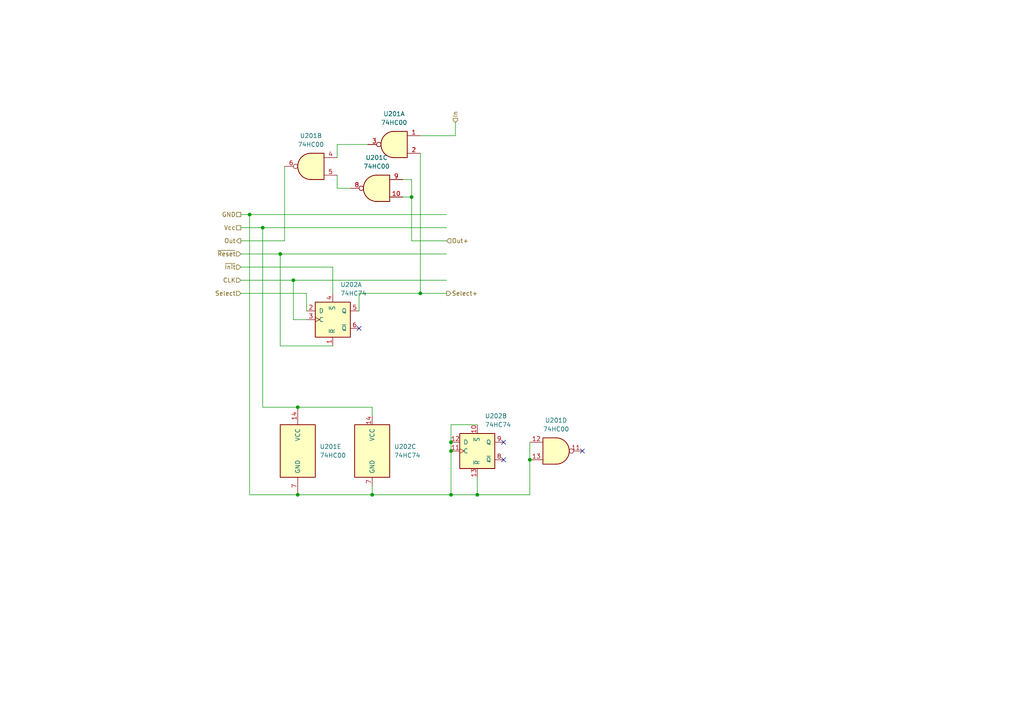
<source format=kicad_sch>
(kicad_sch (version 20231120) (generator "eeschema") (generator_version "8.0")
  (paper "A4")
  (title_block (title "SelectorDaisy") (comment 1 "When daisy chained, each selected outputs are accumlated by OR.") (comment 2 "CLK to update selection.") (comment 3 "Outputs input if selected."))
  (lib_symbols
    (symbol "74xx:74HC00" (pin_names (offset 1.016))
      (property "Reference" "U" (at 0 1.27 0))
      (property "Value" "74HC00" (at 0 -1.27 0))
      (symbol "74HC00_1_1"
        (arc (start 0 -3.81) (mid 3.7934 0) (end 0 3.81) (stroke (width 0.254)) (fill (type background)))
        (polyline (pts (xy 0 3.81) (xy -3.81 3.81) (xy -3.81 -3.81) (xy 0 -3.81)) (stroke (width 0.254)) (fill (type background)))
        (pin input line (at -7.62 2.54 0) (length 3.81) (name "~") (number "1"))
        (pin input line (at -7.62 -2.54 0) (length 3.81) (name "~") (number "2"))
        (pin output inverted (at 7.62 0 180) (length 3.81) (name "~") (number "3"))
      )
      (symbol "74HC00_1_2"
        (arc (start -3.81 -3.81) (mid -2.589 0) (end -3.81 3.81) (stroke (width 0.254)))
        (arc (start -0.6096 -3.81) (mid 2.1842 -2.5851) (end 3.81 0) (stroke (width 0.254)) (fill (type background)))
        (polyline (pts (xy -3.81 -3.81) (xy -0.635 -3.81)) (stroke (width 0.254)) (fill (type background)))
        (polyline (pts (xy -3.81 3.81) (xy -0.635 3.81)) (stroke (width 0.254)) (fill (type background)))
        (polyline (pts (xy -0.635 3.81) (xy -3.81 3.81) (xy -3.81 3.81) (xy -3.556 3.4036) (xy -3.0226 2.2606) (xy -2.6924 1.0414) (xy -2.6162 -0.254) (xy -2.7686 -1.4986) (xy -3.175 -2.7178) (xy -3.81 -3.81) (xy -3.81 -3.81) (xy -0.635 -3.81)) (stroke (width -25.4)) (fill (type background)))
        (arc (start 3.81 0) (mid 2.1915 2.5936) (end -0.6096 3.81) (stroke (width 0.254)) (fill (type background)))
        (pin input inverted (at -7.62 2.54 0) (length 4.318) (name "~") (number "1"))
        (pin input inverted (at -7.62 -2.54 0) (length 4.318) (name "~") (number "2"))
        (pin output line (at 7.62 0 180) (length 3.81) (name "~") (number "3"))
      )
      (symbol "74HC00_2_1"
        (arc (start 0 -3.81) (mid 3.7934 0) (end 0 3.81) (stroke (width 0.254)) (fill (type background)))
        (polyline (pts (xy 0 3.81) (xy -3.81 3.81) (xy -3.81 -3.81) (xy 0 -3.81)) (stroke (width 0.254)) (fill (type background)))
        (pin input line (at -7.62 2.54 0) (length 3.81) (name "~") (number "4"))
        (pin input line (at -7.62 -2.54 0) (length 3.81) (name "~") (number "5"))
        (pin output inverted (at 7.62 0 180) (length 3.81) (name "~") (number "6"))
      )
      (symbol "74HC00_2_2"
        (arc (start -3.81 -3.81) (mid -2.589 0) (end -3.81 3.81) (stroke (width 0.254)))
        (arc (start -0.6096 -3.81) (mid 2.1842 -2.5851) (end 3.81 0) (stroke (width 0.254)) (fill (type background)))
        (polyline (pts (xy -3.81 -3.81) (xy -0.635 -3.81)) (stroke (width 0.254)) (fill (type background)))
        (polyline (pts (xy -3.81 3.81) (xy -0.635 3.81)) (stroke (width 0.254)) (fill (type background)))
        (polyline (pts (xy -0.635 3.81) (xy -3.81 3.81) (xy -3.81 3.81) (xy -3.556 3.4036) (xy -3.0226 2.2606) (xy -2.6924 1.0414) (xy -2.6162 -0.254) (xy -2.7686 -1.4986) (xy -3.175 -2.7178) (xy -3.81 -3.81) (xy -3.81 -3.81) (xy -0.635 -3.81)) (stroke (width -25.4)) (fill (type background)))
        (arc (start 3.81 0) (mid 2.1915 2.5936) (end -0.6096 3.81) (stroke (width 0.254)) (fill (type background)))
        (pin input inverted (at -7.62 2.54 0) (length 4.318) (name "~") (number "4"))
        (pin input inverted (at -7.62 -2.54 0) (length 4.318) (name "~") (number "5"))
        (pin output line (at 7.62 0 180) (length 3.81) (name "~") (number "6"))
      )
      (symbol "74HC00_3_1"
        (arc (start 0 -3.81) (mid 3.7934 0) (end 0 3.81) (stroke (width 0.254)) (fill (type background)))
        (polyline (pts (xy 0 3.81) (xy -3.81 3.81) (xy -3.81 -3.81) (xy 0 -3.81)) (stroke (width 0.254)) (fill (type background)))
        (pin input line (at -7.62 -2.54 0) (length 3.81) (name "~") (number "10"))
        (pin output inverted (at 7.62 0 180) (length 3.81) (name "~") (number "8"))
        (pin input line (at -7.62 2.54 0) (length 3.81) (name "~") (number "9"))
      )
      (symbol "74HC00_3_2"
        (arc (start -3.81 -3.81) (mid -2.589 0) (end -3.81 3.81) (stroke (width 0.254)))
        (arc (start -0.6096 -3.81) (mid 2.1842 -2.5851) (end 3.81 0) (stroke (width 0.254)) (fill (type background)))
        (polyline (pts (xy -3.81 -3.81) (xy -0.635 -3.81)) (stroke (width 0.254)) (fill (type background)))
        (polyline (pts (xy -3.81 3.81) (xy -0.635 3.81)) (stroke (width 0.254)) (fill (type background)))
        (polyline (pts (xy -0.635 3.81) (xy -3.81 3.81) (xy -3.81 3.81) (xy -3.556 3.4036) (xy -3.0226 2.2606) (xy -2.6924 1.0414) (xy -2.6162 -0.254) (xy -2.7686 -1.4986) (xy -3.175 -2.7178) (xy -3.81 -3.81) (xy -3.81 -3.81) (xy -0.635 -3.81)) (stroke (width -25.4)) (fill (type background)))
        (arc (start 3.81 0) (mid 2.1915 2.5936) (end -0.6096 3.81) (stroke (width 0.254)) (fill (type background)))
        (pin input inverted (at -7.62 -2.54 0) (length 4.318) (name "~") (number "10"))
        (pin output line (at 7.62 0 180) (length 3.81) (name "~") (number "8"))
        (pin input inverted (at -7.62 2.54 0) (length 4.318) (name "~") (number "9"))
      )
      (symbol "74HC00_4_1"
        (arc (start 0 -3.81) (mid 3.7934 0) (end 0 3.81) (stroke (width 0.254)) (fill (type background)))
        (polyline (pts (xy 0 3.81) (xy -3.81 3.81) (xy -3.81 -3.81) (xy 0 -3.81)) (stroke (width 0.254)) (fill (type background)))
        (pin output inverted (at 7.62 0 180) (length 3.81) (name "~") (number "11"))
        (pin input line (at -7.62 2.54 0) (length 3.81) (name "~") (number "12"))
        (pin input line (at -7.62 -2.54 0) (length 3.81) (name "~") (number "13"))
      )
      (symbol "74HC00_4_2"
        (arc (start -3.81 -3.81) (mid -2.589 0) (end -3.81 3.81) (stroke (width 0.254)))
        (arc (start -0.6096 -3.81) (mid 2.1842 -2.5851) (end 3.81 0) (stroke (width 0.254)) (fill (type background)))
        (polyline (pts (xy -3.81 -3.81) (xy -0.635 -3.81)) (stroke (width 0.254)) (fill (type background)))
        (polyline (pts (xy -3.81 3.81) (xy -0.635 3.81)) (stroke (width 0.254)) (fill (type background)))
        (polyline (pts (xy -0.635 3.81) (xy -3.81 3.81) (xy -3.81 3.81) (xy -3.556 3.4036) (xy -3.0226 2.2606) (xy -2.6924 1.0414) (xy -2.6162 -0.254) (xy -2.7686 -1.4986) (xy -3.175 -2.7178) (xy -3.81 -3.81) (xy -3.81 -3.81) (xy -0.635 -3.81)) (stroke (width -25.4)) (fill (type background)))
        (arc (start 3.81 0) (mid 2.1915 2.5936) (end -0.6096 3.81) (stroke (width 0.254)) (fill (type background)))
        (pin output line (at 7.62 0 180) (length 3.81) (name "~") (number "11"))
        (pin input inverted (at -7.62 2.54 0) (length 4.318) (name "~") (number "12"))
        (pin input inverted (at -7.62 -2.54 0) (length 4.318) (name "~") (number "13"))
      )
      (symbol "74HC00_5_0"
        (pin power_in line (at 0 12.7 270) (length 5.08) (name "VCC") (number "14"))
        (pin power_in line (at 0 -12.7 90) (length 5.08) (name "GND") (number "7"))
      )
      (symbol "74HC00_5_1"
        (rectangle (start -5.08 7.62) (end 5.08 -7.62) (stroke (width 0.254)) (fill (type background)))
      )
    )
    (symbol "74xx:74HC74" (pin_names (offset 1.016))
      (property "Reference" "U" (at -7.62 8.89 0))
      (property "Value" "74HC74" (at -7.62 -8.89 0))
      (symbol "74HC74_1_0"
        (pin input line (at 0 -7.62 90) (length 2.54) (name "~{R}") (number "1"))
        (pin input line (at -7.62 2.54 0) (length 2.54) (name "D") (number "2"))
        (pin input clock (at -7.62 0 0) (length 2.54) (name "C") (number "3"))
        (pin input line (at 0 7.62 270) (length 2.54) (name "~{S}") (number "4"))
        (pin output line (at 7.62 2.54 180) (length 2.54) (name "Q") (number "5"))
        (pin output line (at 7.62 -2.54 180) (length 2.54) (name "~{Q}") (number "6"))
      )
      (symbol "74HC74_1_1"
        (rectangle (start -5.08 5.08) (end 5.08 -5.08) (stroke (width 0.254)) (fill (type background)))
      )
      (symbol "74HC74_2_0"
        (pin input line (at 0 7.62 270) (length 2.54) (name "~{S}") (number "10"))
        (pin input clock (at -7.62 0 0) (length 2.54) (name "C") (number "11"))
        (pin input line (at -7.62 2.54 0) (length 2.54) (name "D") (number "12"))
        (pin input line (at 0 -7.62 90) (length 2.54) (name "~{R}") (number "13"))
        (pin output line (at 7.62 -2.54 180) (length 2.54) (name "~{Q}") (number "8"))
        (pin output line (at 7.62 2.54 180) (length 2.54) (name "Q") (number "9"))
      )
      (symbol "74HC74_2_1"
        (rectangle (start -5.08 5.08) (end 5.08 -5.08) (stroke (width 0.254)) (fill (type background)))
      )
      (symbol "74HC74_3_0"
        (pin power_in line (at 0 10.16 270) (length 2.54) (name "VCC") (number "14"))
        (pin power_in line (at 0 -10.16 90) (length 2.54) (name "GND") (number "7"))
      )
      (symbol "74HC74_3_1"
        (rectangle (start -5.08 7.62) (end 5.08 -7.62) (stroke (width 0.254)) (fill (type background)))
      )
    )
  )
  (junction (at 130.81 128.27))
  (junction (at 86.36 118.11))
  (junction (at 72.39 62.23))
  (junction (at 119.38 57.15))
  (junction (at 86.36 143.51))
  (junction (at 81.28 73.66))
  (junction (at 138.43 143.51))
  (junction (at 121.92 85.09))
  (junction (at 76.2 66.04))
  (junction (at 130.81 143.51))
  (junction (at 130.81 130.81))
  (junction (at 85.09 81.28))
  (junction (at 107.95 143.51))
  (junction (at 153.67 133.35))
  (no_connect (at 104.14 95.25))
  (no_connect (at 168.91 130.81))
  (no_connect (at 146.05 128.27))
  (no_connect (at 146.05 133.35))
  (wire (pts (xy 119.38 57.15) (xy 119.38 69.85)))
  (wire (pts (xy 121.92 39.37) (xy 132.08 39.37)))
  (wire (pts (xy 97.79 54.61) (xy 101.6 54.61)))
  (wire (pts (xy 69.85 73.66) (xy 81.28 73.66)))
  (wire (pts (xy 130.81 143.51) (xy 107.95 143.51)))
  (wire (pts (xy 107.95 120.65) (xy 107.95 118.11)))
  (wire (pts (xy 104.14 85.09) (xy 104.14 90.17)))
  (wire (pts (xy 85.09 81.28) (xy 129.54 81.28)))
  (wire (pts (xy 130.81 143.51) (xy 138.43 143.51)))
  (wire (pts (xy 132.08 39.37) (xy 132.08 35.56)))
  (wire (pts (xy 69.85 81.28) (xy 85.09 81.28)))
  (wire (pts (xy 88.9 85.09) (xy 88.9 90.17)))
  (wire (pts (xy 72.39 62.23) (xy 129.54 62.23)))
  (wire (pts (xy 106.68 41.91) (xy 97.79 41.91)))
  (wire (pts (xy 72.39 143.51) (xy 86.36 143.51)))
  (wire (pts (xy 76.2 66.04) (xy 129.54 66.04)))
  (wire (pts (xy 138.43 123.19) (xy 130.81 123.19)))
  (wire (pts (xy 85.09 81.28) (xy 85.09 92.71)))
  (wire (pts (xy 138.43 138.43) (xy 138.43 143.51)))
  (wire (pts (xy 130.81 130.81) (xy 130.81 143.51)))
  (wire (pts (xy 76.2 118.11) (xy 76.2 66.04)))
  (wire (pts (xy 96.52 100.33) (xy 81.28 100.33)))
  (wire (pts (xy 116.84 52.07) (xy 119.38 52.07)))
  (wire (pts (xy 121.92 85.09) (xy 104.14 85.09)))
  (wire (pts (xy 82.55 48.26) (xy 82.55 69.85)))
  (wire (pts (xy 153.67 143.51) (xy 153.67 133.35)))
  (wire (pts (xy 69.85 85.09) (xy 88.9 85.09)))
  (wire (pts (xy 69.85 62.23) (xy 72.39 62.23)))
  (wire (pts (xy 88.9 92.71) (xy 85.09 92.71)))
  (wire (pts (xy 119.38 52.07) (xy 119.38 57.15)))
  (wire (pts (xy 121.92 44.45) (xy 121.92 85.09)))
  (wire (pts (xy 119.38 69.85) (xy 129.54 69.85)))
  (wire (pts (xy 86.36 143.51) (xy 107.95 143.51)))
  (wire (pts (xy 116.84 57.15) (xy 119.38 57.15)))
  (wire (pts (xy 69.85 77.47) (xy 96.52 77.47)))
  (wire (pts (xy 76.2 118.11) (xy 86.36 118.11)))
  (wire (pts (xy 130.81 123.19) (xy 130.81 128.27)))
  (wire (pts (xy 121.92 85.09) (xy 129.54 85.09)))
  (wire (pts (xy 153.67 133.35) (xy 153.67 128.27)))
  (wire (pts (xy 138.43 143.51) (xy 153.67 143.51)))
  (wire (pts (xy 130.81 128.27) (xy 130.81 130.81)))
  (wire (pts (xy 107.95 143.51) (xy 107.95 140.97)))
  (wire (pts (xy 97.79 50.8) (xy 97.79 54.61)))
  (wire (pts (xy 72.39 62.23) (xy 72.39 143.51)))
  (wire (pts (xy 81.28 73.66) (xy 129.54 73.66)))
  (wire (pts (xy 81.28 73.66) (xy 81.28 100.33)))
  (wire (pts (xy 69.85 69.85) (xy 82.55 69.85)))
  (wire (pts (xy 86.36 118.11) (xy 107.95 118.11)))
  (wire (pts (xy 96.52 77.47) (xy 96.52 85.09)))
  (wire (pts (xy 97.79 41.91) (xy 97.79 45.72)))
  (wire (pts (xy 69.85 66.04) (xy 76.2 66.04)))
  (hierarchical_label "Out" (shape output) (at 69.85 69.85 180))
  (hierarchical_label "~{Reset}" (shape input) (at 69.85 73.66 180))
  (hierarchical_label "In" (shape input) (at 132.08 35.56 90))
  (hierarchical_label "Select+" (shape output) (at 129.54 85.09 0))
  (hierarchical_label "CLK" (shape input) (at 69.85 81.28 180))
  (hierarchical_label "GND" (shape passive) (at 69.85 62.23 180))
  (hierarchical_label "Out+" (shape input) (at 129.54 69.85 0))
  (hierarchical_label "~{Init}" (shape input) (at 69.85 77.47 180))
  (hierarchical_label "Select" (shape input) (at 69.85 85.09 180))
  (hierarchical_label "Vcc" (shape passive) (at 69.85 66.04 180))
  (symbol (lib_id "74xx:74HC00") (at 86.36 130.81 0) (unit 5)
    (property "Reference" "U201" (at 92.71 129.5399 0) (effects (justify left)))
    (property "Value" "74HC00" (at 92.71 132.0799 0) (effects (justify left)))
    (property "Footprint" "Package_DFN_QFN:WQFN-14-1EP_2.5x2.5mm_P0.5mm_EP1.45x1.45mm" (effects (hide yes)))
    (property "Datasheet" "http://www.ti.com/lit/gpn/sn74hc00" (effects (hide yes)))
    (property "Description" "quad 2-input NAND gate" (effects (hide yes)))
    (property "Manufacturer Part number" "SN74HCS00BQAR" (effects (hide yes)))
    (property "Original" "N" (effects (hide yes)))
    (property "Purchase Link" "https://www.digikey.com/en/products/detail/texas-instruments/SN74HCS00BQAR/13896419" (effects (hide yes)))
    (instances (project "SwitchDaisy" (path "" (reference "U201") (unit 5))) (project "" (path "" (reference "U701") (unit 5)) (path "" (reference "U401") (unit 5)) (path "" (reference "U601") (unit 5)) (path "" (reference "U901") (unit 5))))
  )
  (symbol (lib_id "74xx:74HC74") (at 107.95 130.81 0) (unit 3)
    (property "Reference" "U202" (at 114.3 129.5399 0) (effects (justify left)))
    (property "Value" "74HC74" (at 114.3 132.0799 0) (effects (justify left)))
    (property "Footprint" "Package_DFN_QFN:WQFN-14-1EP_2.5x2.5mm_P0.5mm_EP1.45x1.45mm" (effects (hide yes)))
    (property "Datasheet" "74xx/74hc_hct74.pdf" (effects (hide yes)))
    (property "Description" "Dual D Flip-flop, Set & Reset" (effects (hide yes)))
    (property "Manufacturer Part number" "SN74HCS74BQAR" (effects (hide yes)))
    (property "Original" "N" (effects (hide yes)))
    (property "Purchase Link" "https://www.digikey.com/en/products/detail/texas-instruments/SN74HCS74BQAR/13896426" (effects (hide yes)))
    (instances (project "SwitchDaisy" (path "" (reference "U202") (unit 3))) (project "" (path "" (reference "U702") (unit 3)) (path "" (reference "U402") (unit 3)) (path "" (reference "U602") (unit 3)) (path "" (reference "U902") (unit 3))))
  )
  (symbol (lib_id "74xx:74HC00") (at 114.3 41.91 0) (mirror y) (unit 1)
    (property "Reference" "U201" (at 114.3083 33.02 0))
    (property "Value" "74HC00" (at 114.3083 35.56 0))
    (property "Footprint" "Package_DFN_QFN:WQFN-14-1EP_2.5x2.5mm_P0.5mm_EP1.45x1.45mm" (effects (hide yes)))
    (property "Datasheet" "http://www.ti.com/lit/gpn/sn74hc00" (effects (hide yes)))
    (property "Description" "quad 2-input NAND gate" (effects (hide yes)))
    (property "Manufacturer Part number" "SN74HCS00BQAR" (effects (hide yes)))
    (property "Original" "N" (effects (hide yes)))
    (property "Purchase Link" "https://www.digikey.com/en/products/detail/texas-instruments/SN74HCS00BQAR/13896419" (effects (hide yes)))
    (instances (project "SwitchDaisy" (path "" (reference "U201") (unit 1))) (project "" (path "" (reference "U701") (unit 1)) (path "" (reference "U401") (unit 1)) (path "" (reference "U601") (unit 1)) (path "" (reference "U901") (unit 1))))
  )
  (symbol (lib_id "74xx:74HC74") (at 96.52 92.71 0) (unit 1)
    (property "Reference" "U202" (at 98.7141 82.55 0) (effects (justify left)))
    (property "Value" "74HC74" (at 98.7141 85.09 0) (effects (justify left)))
    (property "Footprint" "Package_DFN_QFN:WQFN-14-1EP_2.5x2.5mm_P0.5mm_EP1.45x1.45mm" (effects (hide yes)))
    (property "Datasheet" "74xx/74hc_hct74.pdf" (effects (hide yes)))
    (property "Description" "Dual D Flip-flop, Set & Reset" (effects (hide yes)))
    (property "Manufacturer Part number" "SN74HCS74BQAR" (effects (hide yes)))
    (property "Original" "N" (effects (hide yes)))
    (property "Purchase Link" "https://www.digikey.com/en/products/detail/texas-instruments/SN74HCS74BQAR/13896426" (effects (hide yes)))
    (instances (project "SwitchDaisy" (path "" (reference "U202") (unit 1))) (project "" (path "" (reference "U702") (unit 1)) (path "" (reference "U402") (unit 1)) (path "" (reference "U602") (unit 1)) (path "" (reference "U902") (unit 1))))
  )
  (symbol (lib_id "74xx:74HC00") (at 161.29 130.81 0) (unit 4)
    (property "Reference" "U201" (at 161.2817 121.92 0))
    (property "Value" "74HC00" (at 161.2817 124.46 0))
    (property "Footprint" "Package_DFN_QFN:WQFN-14-1EP_2.5x2.5mm_P0.5mm_EP1.45x1.45mm" (effects (hide yes)))
    (property "Datasheet" "http://www.ti.com/lit/gpn/sn74hc00" (effects (hide yes)))
    (property "Description" "quad 2-input NAND gate" (effects (hide yes)))
    (property "Manufacturer Part number" "SN74HCS00BQAR" (effects (hide yes)))
    (property "Original" "N" (effects (hide yes)))
    (property "Purchase Link" "https://www.digikey.com/en/products/detail/texas-instruments/SN74HCS00BQAR/13896419" (effects (hide yes)))
    (instances (project "SwitchDaisy" (path "" (reference "U201") (unit 4))) (project "" (path "" (reference "U701") (unit 4)) (path "" (reference "U401") (unit 4)) (path "" (reference "U601") (unit 4)) (path "" (reference "U901") (unit 4))))
  )
  (symbol (lib_id "74xx:74HC74") (at 138.43 130.81 0) (unit 2)
    (property "Reference" "U202" (at 140.6241 120.65 0) (effects (justify left)))
    (property "Value" "74HC74" (at 140.6241 123.19 0) (effects (justify left)))
    (property "Footprint" "Package_DFN_QFN:WQFN-14-1EP_2.5x2.5mm_P0.5mm_EP1.45x1.45mm" (effects (hide yes)))
    (property "Datasheet" "74xx/74hc_hct74.pdf" (effects (hide yes)))
    (property "Description" "Dual D Flip-flop, Set & Reset" (effects (hide yes)))
    (property "Manufacturer Part number" "SN74HCS74BQAR" (effects (hide yes)))
    (property "Original" "N" (effects (hide yes)))
    (property "Purchase Link" "https://www.digikey.com/en/products/detail/texas-instruments/SN74HCS74BQAR/13896426" (effects (hide yes)))
    (instances (project "SwitchDaisy" (path "" (reference "U202") (unit 2))) (project "" (path "" (reference "U702") (unit 2)) (path "" (reference "U402") (unit 2)) (path "" (reference "U602") (unit 2)) (path "" (reference "U902") (unit 2))))
  )
  (symbol (lib_id "74xx:74HC00") (at 109.22 54.61 0) (mirror y) (unit 3)
    (property "Reference" "U201" (at 109.2283 45.72 0))
    (property "Value" "74HC00" (at 109.2283 48.26 0))
    (property "Footprint" "Package_DFN_QFN:WQFN-14-1EP_2.5x2.5mm_P0.5mm_EP1.45x1.45mm" (effects (hide yes)))
    (property "Datasheet" "http://www.ti.com/lit/gpn/sn74hc00" (effects (hide yes)))
    (property "Description" "quad 2-input NAND gate" (effects (hide yes)))
    (property "Manufacturer Part number" "SN74HCS00BQAR" (effects (hide yes)))
    (property "Original" "N" (effects (hide yes)))
    (property "Purchase Link" "https://www.digikey.com/en/products/detail/texas-instruments/SN74HCS00BQAR/13896419" (effects (hide yes)))
    (instances (project "SwitchDaisy" (path "" (reference "U201") (unit 3))) (project "" (path "" (reference "U701") (unit 3)) (path "" (reference "U401") (unit 3)) (path "" (reference "U601") (unit 3)) (path "" (reference "U901") (unit 3))))
  )
  (symbol (lib_id "74xx:74HC00") (at 90.17 48.26 0) (mirror y) (unit 2)
    (property "Reference" "U201" (at 90.1783 39.37 0))
    (property "Value" "74HC00" (at 90.1783 41.91 0))
    (property "Footprint" "Package_DFN_QFN:WQFN-14-1EP_2.5x2.5mm_P0.5mm_EP1.45x1.45mm" (effects (hide yes)))
    (property "Datasheet" "http://www.ti.com/lit/gpn/sn74hc00" (effects (hide yes)))
    (property "Description" "quad 2-input NAND gate" (effects (hide yes)))
    (property "Manufacturer Part number" "SN74HCS00BQAR" (effects (hide yes)))
    (property "Original" "N" (effects (hide yes)))
    (property "Purchase Link" "https://www.digikey.com/en/products/detail/texas-instruments/SN74HCS00BQAR/13896419" (effects (hide yes)))
    (instances (project "SwitchDaisy" (path "" (reference "U201") (unit 2))) (project "" (path "" (reference "U701") (unit 2)) (path "" (reference "U401") (unit 2)) (path "" (reference "U601") (unit 2)) (path "" (reference "U901") (unit 2))))
  )
)
</source>
